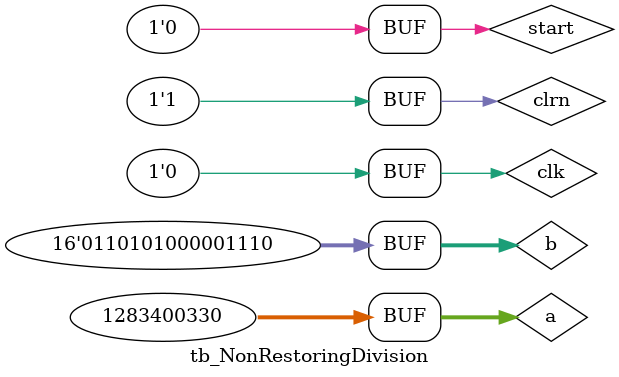
<source format=v>
`timescale 1ns / 1ps

module tb_NonRestoringDivision();


    reg clk, clrn;    // Clock and Reset
    reg [31:0] a;     // Dividend
    reg [15:0] b;     // Divisor
    reg start;        // Start signal
    wire [31:0] q;    // Quotient
    wire [15:0] r;    // Remainder
    wire busy;        // Calculation continues    
    wire ready;       // Ready
    
    NonRestoringDivision Division( clk, 
                                   clrn,     // Clock and Reset
                                   a,        // Dividend
                                   b,        // Divisor
                                   start,    // Start signal
                                   q,        // Quotient
                                   r,        // Remainder
                                   busy,     // Calculation continues    
                                   ready); 
        
    // Clock
    always begin
        clk = 1'b1;
        #5;
        clk = 1'b0;
        #5;
    end
                              
    initial begin
        clrn    = 1'b1;
        a       = 32'd0;
        b       = 16'd0;
        start   = 1'b0;
        #20;
        
        a       = 32'h4C7F_228A;
        b       = 16'h6A0E;
        #10;
        
        start = 1'b1;
        #10;
        start = 1'b0;
        
    end
endmodule

</source>
